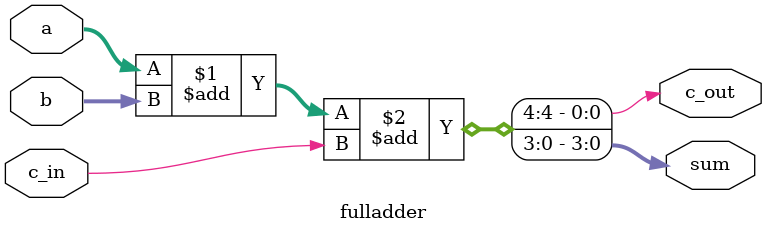
<source format=v>
module fulladder (  
                  input [3:0] a,  
                  input [3:0] b,  
                  input c_in,  
                  output c_out,  
                  output [3:0] sum);  
  
   assign {c_out, sum} = a + b + c_in;  
endmodule  

</source>
